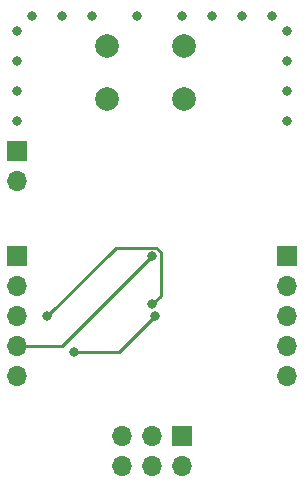
<source format=gbr>
%TF.GenerationSoftware,KiCad,Pcbnew,(5.1.6-0-10_14)*%
%TF.CreationDate,2020-10-01T20:26:03+09:00*%
%TF.ProjectId,hawk,6861776b-2e6b-4696-9361-645f70636258,rev?*%
%TF.SameCoordinates,Original*%
%TF.FileFunction,Copper,L2,Bot*%
%TF.FilePolarity,Positive*%
%FSLAX46Y46*%
G04 Gerber Fmt 4.6, Leading zero omitted, Abs format (unit mm)*
G04 Created by KiCad (PCBNEW (5.1.6-0-10_14)) date 2020-10-01 20:26:03*
%MOMM*%
%LPD*%
G01*
G04 APERTURE LIST*
%TA.AperFunction,ComponentPad*%
%ADD10C,2.000000*%
%TD*%
%TA.AperFunction,ComponentPad*%
%ADD11O,1.700000X1.700000*%
%TD*%
%TA.AperFunction,ComponentPad*%
%ADD12R,1.700000X1.700000*%
%TD*%
%TA.AperFunction,ViaPad*%
%ADD13C,0.800000*%
%TD*%
%TA.AperFunction,Conductor*%
%ADD14C,0.250000*%
%TD*%
G04 APERTURE END LIST*
D10*
%TO.P,SW1,1*%
%TO.N,reset*%
X118260000Y-88900000D03*
%TO.P,SW1,2*%
%TO.N,GND*%
X118260000Y-93400000D03*
%TO.P,SW1,1*%
%TO.N,reset*%
X111760000Y-88900000D03*
%TO.P,SW1,2*%
%TO.N,GND*%
X111760000Y-93400000D03*
%TD*%
D11*
%TO.P,J3,2*%
%TO.N,GND*%
X104140000Y-100330000D03*
D12*
%TO.P,J3,1*%
%TO.N,+BATT*%
X104140000Y-97790000D03*
%TD*%
D11*
%TO.P,J2,5*%
%TO.N,GPIO_5*%
X127000000Y-116840000D03*
%TO.P,J2,4*%
%TO.N,GPIO_6*%
X127000000Y-114300000D03*
%TO.P,J2,3*%
%TO.N,GPIO_7*%
X127000000Y-111760000D03*
%TO.P,J2,2*%
%TO.N,GPIO_8*%
X127000000Y-109220000D03*
D12*
%TO.P,J2,1*%
%TO.N,GND*%
X127000000Y-106680000D03*
%TD*%
D11*
%TO.P,J1,5*%
%TO.N,GPIO_4*%
X104140000Y-116840000D03*
%TO.P,J1,4*%
%TO.N,GPIO_3*%
X104140000Y-114300000D03*
%TO.P,J1,3*%
%TO.N,GPIO_2*%
X104140000Y-111760000D03*
%TO.P,J1,2*%
%TO.N,GPIO_1*%
X104140000Y-109220000D03*
D12*
%TO.P,J1,1*%
%TO.N,+3V3*%
X104140000Y-106680000D03*
%TD*%
D11*
%TO.P,J0,6*%
%TO.N,GND*%
X113030000Y-124460000D03*
%TO.P,J0,5*%
%TO.N,reset*%
X113030000Y-121920000D03*
%TO.P,J0,4*%
%TO.N,Net-(J0-Pad4)*%
X115570000Y-124460000D03*
%TO.P,J0,3*%
%TO.N,SWCLK*%
X115570000Y-121920000D03*
%TO.P,J0,2*%
%TO.N,+3V3*%
X118110000Y-124460000D03*
D12*
%TO.P,J0,1*%
%TO.N,SWDIO*%
X118110000Y-121920000D03*
%TD*%
D13*
%TO.N,GND*%
X104140000Y-87630000D03*
X104140000Y-90170000D03*
X104140000Y-92710000D03*
X104140000Y-95250000D03*
X127000000Y-87630000D03*
X127000000Y-90170000D03*
X127000000Y-92710000D03*
X127000000Y-95250000D03*
X107950000Y-86360000D03*
X110490000Y-86360000D03*
X114300000Y-86360000D03*
X118110000Y-86360000D03*
X120650000Y-86360000D03*
X123190000Y-86360000D03*
X125730000Y-86360000D03*
X105410000Y-86360000D03*
%TO.N,+3V3*%
X115824000Y-111760000D03*
X108966000Y-114808000D03*
%TO.N,GPIO_3*%
X115570000Y-106680000D03*
%TO.N,GPIO_2*%
X106680000Y-111760000D03*
X115570000Y-110744000D03*
%TD*%
D14*
%TO.N,+3V3*%
X108966000Y-114808000D02*
X112776000Y-114808000D01*
X115824000Y-111760000D02*
X112776000Y-114808000D01*
%TO.N,GPIO_3*%
X115570000Y-106680000D02*
X107950000Y-114300000D01*
X107950000Y-114300000D02*
X104140000Y-114300000D01*
%TO.N,GPIO_2*%
X112485001Y-105954999D02*
X115918001Y-105954999D01*
X115918001Y-105954999D02*
X116295001Y-106331999D01*
X106680000Y-111760000D02*
X112485001Y-105954999D01*
X116295001Y-106331999D02*
X116295001Y-110018999D01*
X116295001Y-110018999D02*
X115570000Y-110744000D01*
X115570000Y-110744000D02*
X115570000Y-110744000D01*
%TD*%
M02*

</source>
